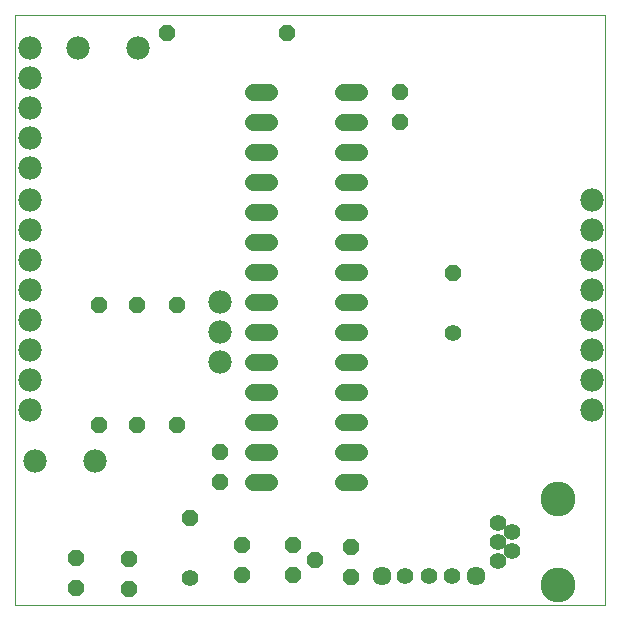
<source format=gts>
G75*
%MOIN*%
%OFA0B0*%
%FSLAX25Y25*%
%IPPOS*%
%LPD*%
%AMOC8*
5,1,8,0,0,1.08239X$1,22.5*
%
%ADD10C,0.00000*%
%ADD11OC8,0.05600*%
%ADD12C,0.05600*%
%ADD13C,0.05550*%
%ADD14C,0.11620*%
%ADD15C,0.05600*%
%ADD16C,0.06337*%
%ADD17C,0.07800*%
D10*
X0001339Y0001300D02*
X0001339Y0198150D01*
X0198190Y0198150D01*
X0198190Y0001300D01*
X0001339Y0001300D01*
D11*
X0021595Y0006969D03*
X0021595Y0016969D03*
X0039509Y0016753D03*
X0039509Y0006753D03*
X0059607Y0030394D03*
X0069666Y0042442D03*
X0069666Y0052442D03*
X0055276Y0061359D03*
X0041950Y0061398D03*
X0029513Y0061379D03*
X0029513Y0101379D03*
X0041950Y0101398D03*
X0055276Y0101359D03*
X0129863Y0162422D03*
X0129863Y0172422D03*
X0091930Y0192068D03*
X0051930Y0192068D03*
X0147276Y0112143D03*
X0113426Y0020867D03*
X0113426Y0010867D03*
X0101418Y0016398D03*
X0093918Y0011398D03*
X0093918Y0021398D03*
X0077082Y0021365D03*
X0077082Y0011365D03*
D12*
X0059607Y0010394D03*
X0147276Y0092143D03*
D13*
X0162501Y0028784D03*
X0167225Y0025635D03*
X0162501Y0022485D03*
X0167225Y0019335D03*
X0162501Y0016186D03*
X0147225Y0011182D03*
X0139351Y0011182D03*
X0131477Y0011182D03*
D14*
X0182580Y0008115D03*
X0182580Y0036855D03*
D15*
X0116046Y0042363D02*
X0110846Y0042363D01*
X0110846Y0052363D02*
X0116046Y0052363D01*
X0116046Y0062363D02*
X0110846Y0062363D01*
X0110846Y0072363D02*
X0116046Y0072363D01*
X0116046Y0082363D02*
X0110846Y0082363D01*
X0110846Y0092363D02*
X0116046Y0092363D01*
X0116046Y0102363D02*
X0110846Y0102363D01*
X0110846Y0112363D02*
X0116046Y0112363D01*
X0116046Y0122363D02*
X0110846Y0122363D01*
X0110846Y0132363D02*
X0116046Y0132363D01*
X0116046Y0142363D02*
X0110846Y0142363D01*
X0110846Y0152363D02*
X0116046Y0152363D01*
X0116046Y0162363D02*
X0110846Y0162363D01*
X0110846Y0172363D02*
X0116046Y0172363D01*
X0086046Y0172363D02*
X0080846Y0172363D01*
X0080846Y0162363D02*
X0086046Y0162363D01*
X0086046Y0152363D02*
X0080846Y0152363D01*
X0080846Y0142363D02*
X0086046Y0142363D01*
X0086046Y0132363D02*
X0080846Y0132363D01*
X0080846Y0122363D02*
X0086046Y0122363D01*
X0086046Y0112363D02*
X0080846Y0112363D01*
X0080846Y0102363D02*
X0086046Y0102363D01*
X0086046Y0092363D02*
X0080846Y0092363D01*
X0080846Y0082363D02*
X0086046Y0082363D01*
X0086046Y0072363D02*
X0080846Y0072363D01*
X0080846Y0062363D02*
X0086046Y0062363D01*
X0086046Y0052363D02*
X0080846Y0052363D01*
X0080846Y0042363D02*
X0086046Y0042363D01*
D16*
X0123603Y0011182D03*
X0155099Y0011182D03*
D17*
X0193839Y0066300D03*
X0193839Y0076300D03*
X0193839Y0086300D03*
X0193839Y0096300D03*
X0193839Y0106300D03*
X0193839Y0116300D03*
X0193839Y0126300D03*
X0193839Y0136300D03*
X0069627Y0102360D03*
X0069627Y0092360D03*
X0069627Y0082360D03*
X0027950Y0049406D03*
X0007950Y0049406D03*
X0006339Y0066300D03*
X0006339Y0076300D03*
X0006339Y0086300D03*
X0006339Y0096300D03*
X0006339Y0106300D03*
X0006339Y0116300D03*
X0006339Y0126300D03*
X0006339Y0136300D03*
X0006556Y0147127D03*
X0006556Y0157127D03*
X0006556Y0167127D03*
X0006556Y0177127D03*
X0006556Y0187127D03*
X0022422Y0187107D03*
X0042422Y0187107D03*
M02*

</source>
